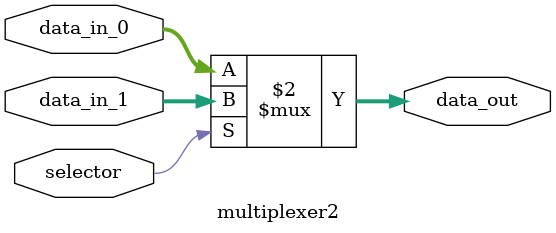
<source format=v>


module multiplexer2(selector, data_in_0, data_in_1, data_out);
   parameter      w = 0; //positive is treated as a variable
   input          selector;
   input [w-1:0]  data_in_0;
   input [w-1:0]  data_in_1;
   output [w-1:0] data_out;
   
   assign data_out = (selector == 1'b0) ? data_in_0 : 
                     data_in_1;
   
endmodule

</source>
